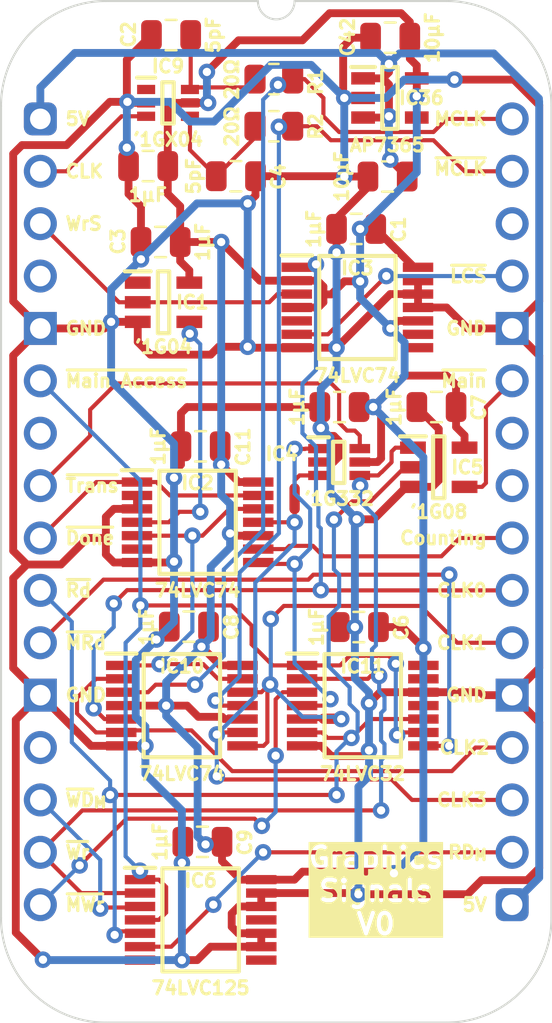
<source format=kicad_pcb>
(kicad_pcb (version 20241229) (generator "pcbnew") (generator_version "9.0")
  (title_block (title "Graphics Signals") (date "2025-01-03") (rev "V0"))
  (layers (0 "F.Cu" signal) (2 "B.Cu" signal) (13 "F.Paste" user) (15 "B.Paste" user) (5 "F.SilkS" user "F.Silkscreen") (7 "B.SilkS" user "B.Silkscreen") (1 "F.Mask" user) (3 "B.Mask" user) (25 "Edge.Cuts" user))
  (net 0 "")
  (net 1 "Net-(IC9-Y)")
  (net 2 "5V")
  (net 3 "GND")
  (net 4 "/3.3V")
  (net 5 "Net-(IC9-~{Y})")
  (net 6 "/~{Write Start}")
  (net 8 "/Running")
  (net 10 "/~{Counting}")
  (net 15 "/~{Write w{slash}o Tansparency}")
  (net 18 "Net-(IC11B-2B)")
  (net 20 "~{Main WD}")
  (net 21 "Write Start")
  (net 22 "~{Done}")
  (net 23 "~{Load Count Start}")
  (net 24 "~{Main Access}")
  (net 25 "Counting")
  (net 26 "CLK3")
  (net 27 "CLK0")
  (net 28 "~{Write}")
  (net 29 "Transparent")
  (net 30 "~{Main Write}")
  (net 31 "~{Main RD}")
  (net 32 "Main CLK")
  (net 33 "~{Read}")
  (net 34 "~{Main Read}")
  (net 35 "CLK2")
  (net 36 "MCLK")
  (net 37 "CLK1")
  (net 38 "~{MCLK}")
  (net 45 "~{Main}")
  (footprint "SamacSys_Parts:C_0805" (layer "F.Cu") (at 9.458 2.779 -90)
    (property "Reference" "C4")
    (property "Value" "5pF")
  )
  (footprint "SamacSys_Parts:C_0805" (layer "F.Cu") (at 6.35 -4.064 90)
    (property "Reference" "C2")
    (property "Value" "5pF")
  )
  (footprint "SamacSys_Parts:SOT65P210X110-6N" (layer "F.Cu") (at 14.478 16.637)
    (property "Reference" "IC4")
    (property "Value" "SN74LVC1G332DCKR" (hide yes))
  )
  (footprint "SamacSys_Parts:C_0805" (layer "F.Cu") (at 5.842 5.969 90)
    (property "Reference" "C3")
    (property "Value" "1μF")
  )
  (footprint "SamacSys_Parts:C_0805" (layer "F.Cu") (at 7.747 15.875 -90)
    (property "Reference" "C11")
    (property "Value" "1μF")
  )
  (footprint "SamacSys_Parts:SOP65P640X110-14N" (layer "F.Cu") (at 15.362 9.144)
    (property "Reference" "IC3")
    (property "Value" "74LVC74APW,118" (hide yes))
  )
  (footprint "SamacSys_Parts:SOP65P640X110-14N" (layer "F.Cu") (at 6.858 28.448)
    (property "Reference" "IC10")
    (property "Value" "74LVC74APW,118" (hide yes))
  )
  (footprint "SamacSys_Parts:SOP65P210X110-6N" (layer "F.Cu") (at 6.187 -0.777)
    (property "Reference" "IC9")
    (property "Value" "74LVC1GX04GW,125" (hide yes))
  )
  (footprint "SamacSys_Parts:SOT95P275X110-5N" (layer "F.Cu") (at 19.304 16.891)
    (property "Reference" "IC5")
    (property "Value" "74LVC1G08GV,125" (hide yes))
  )
  (footprint "SamacSys_Parts:SOT95P285X130-5N" (layer "F.Cu") (at 16.938 -1.016)
    (property "Reference" "IC36")
    (property "Value" "AP7365-33WG-7" (hide yes))
  )
  (footprint "SamacSys_Parts:DIP-32_Board_W22.86mm" (layer "F.Cu") (at 0 0)
    (property "Reference" "J7" (hide yes))
    (property "Value" "Board 2x16 W22.86mm" (hide yes))
    (fp_line (start -1.905 -0.635) (end -1.905 38.735) (stroke (width 0.1)) (layer "Edge.Cuts"))
    (fp_line (start 10.541 -5.715) (end 3.175 -5.715) (stroke (width 0.1)) (layer "Edge.Cuts"))
    (fp_line (start 19.685 -5.715) (end 12.319 -5.715) (stroke (width 0.1)) (layer "Edge.Cuts"))
    (fp_line (start 19.685 43.815) (end 3.175 43.815) (stroke (width 0.1)) (layer "Edge.Cuts"))
    (fp_line (start 24.765 38.735) (end 24.765 -0.635) (stroke (width 0.1)) (layer "Edge.Cuts"))
    (fp_arc (start -1.905 -0.635) (mid -0.417102 -4.227102) (end 3.175 -5.715) (stroke (width 0.1)) (layer "Edge.Cuts"))
    (fp_arc (start 3.175 43.815) (mid -0.417102 42.327102) (end -1.905 38.735) (stroke (width 0.1)) (layer "Edge.Cuts"))
    (fp_arc (start 12.319 -5.715) (mid 11.43 -4.826) (end 10.541 -5.715) (stroke (width 0.1)) (layer "Edge.Cuts"))
    (fp_arc (start 19.685 -5.715) (mid 23.277102 -4.227102) (end 24.765 -0.635) (stroke (width 0.1)) (layer "Edge.Cuts"))
    (fp_arc (start 24.765 38.735) (mid 23.277102 42.327102) (end 19.685 43.815) (stroke (width 0.1)) (layer "Edge.Cuts"))
  )
  (footprint "SamacSys_Parts:C_0805" (layer "F.Cu") (at 16.841 2.794 90)
    (property "Reference" "C41" (hide yes))
    (property "Value" "10μF")
  )
  (footprint "SamacSys_Parts:R_0805" (layer "F.Cu") (at 11.313 0.366 -90)
    (property "Reference" "R2")
    (property "Value" "20Ω")
  )
  (footprint "SamacSys_Parts:SOP65P640X110-14N" (layer "F.Cu") (at 7.767 38.836)
    (property "Reference" "IC6")
    (property "Value" "74LVC125APW-Q100J" (hide yes))
  )
  (footprint "SamacSys_Parts:C_0805" (layer "F.Cu") (at 15.285 5.334 -90)
    (property "Reference" "C1")
    (property "Value" "1μF")
  )
  (footprint "SamacSys_Parts:C_0805" (layer "F.Cu") (at 19.177 13.97 -90)
    (property "Reference" "C7")
    (property "Value" "1μF")
  )
  (footprint "SamacSys_Parts:SOP65P640X110-14N" (layer "F.Cu") (at 15.621 28.448)
    (property "Reference" "IC11")
    (property "Value" "74LVC32APW,118" (hide yes))
  )
  (footprint "SamacSys_Parts:C_0805" (layer "F.Cu") (at 5.207 2.286 -90)
    (property "Reference" "C5" (hide yes))
    (property "Value" "1μF")
  )
  (footprint "SamacSys_Parts:C_0805" (layer "F.Cu") (at 14.478 13.97 -90)
    (property "Reference" "C10" (hide yes))
    (property "Value" "1μF")
  )
  (footprint "SamacSys_Parts:C_0805" (layer "F.Cu") (at 15.417 24.638 -90)
    (property "Reference" "C6")
    (property "Value" "1μF")
  )
  (footprint "SamacSys_Parts:C_0805" (layer "F.Cu") (at 7.182 24.618 -90)
    (property "Reference" "C8")
    (property "Value" "1μF")
  )
  (footprint "SamacSys_Parts:C_0805" (layer "F.Cu") (at 7.837 35.052 -90)
    (property "Reference" "C9")
    (property "Value" "1μF")
  )
  (footprint "SamacSys_Parts:R_0805" (layer "F.Cu") (at 11.313 -1.92 -90)
    (property "Reference" "R1")
    (property "Value" "20Ω")
  )
  (footprint "NetTie:NetTie-2_SMD_Pad0.5mm" (layer "F.Cu") (at 14.224 29.083 180)
    (property "Reference" "NT2" (hide yes))
    (property "Value" "NetTie_2" (hide yes))
  )
  (footprint "NetTie:NetTie-2_SMD_Pad0.5mm" (layer "F.Cu") (at 12.319 18.415 90)
    (property "Reference" "NT1" (hide yes))
    (property "Value" "NetTie_2" (hide yes))
  )
  (footprint "SamacSys_Parts:C_0805" (layer "F.Cu") (at 16.968 -3.937 90)
    (property "Reference" "C42")
    (property "Value" "10μF")
  )
  (footprint "SamacSys_Parts:SOP65P640X110-14N" (layer "F.Cu") (at 7.62 19.558)
    (property "Reference" "IC2")
    (property "Value" "74LVC74APW,118" (hide yes))
  )
  (footprint "SamacSys_Parts:SOT95P275X110-5N" (layer "F.Cu") (at 5.969 8.89)
    (property "Reference" "IC1")
    (property "Value" "74LVC1G04GV,125" (hide yes))
  )
  (gr_text "CLK" (at 1.143 2.54 0) (layer "F.SilkS") (effects (font (size 0.635 0.635)) (justify left)))
  (gr_text "Counting" (at 21.717 20.32 0) (layer "F.SilkS") (effects (font (size 0.635 0.635)) (justify right)))
  (gr_text "CLK1" (at 21.717 25.4 0) (layer "F.SilkS") (effects (font (size 0.635 0.635)) (justify right)))
  (gr_text "GND" (at 1.143 27.94 0) (layer "F.SilkS") (effects (font (size 0.635 0.635)) (justify left)))
  (gr_text "~{MCLK}" (at 21.717 2.413 0) (layer "F.SilkS") (effects (font (size 0.635 0.635)) (justify right)))
  (gr_text "~{Done}" (at 1.143 20.32 0) (layer "F.SilkS") (effects (font (size 0.635 0.635)) (justify left)))
  (gr_text "5V" (at 21.717 38.1 0) (layer "F.SilkS") (effects (font (size 0.635 0.635)) (justify right)))
  (gr_text "~{Wr}" (at 1.143 35.56 0) (layer "F.SilkS") (effects (font (size 0.635 0.635)) (justify left)))
  (gr_text "WrS" (at 1.143 5.08 0) (layer "F.SilkS") (effects (font (size 0.635 0.635)) (justify left)))
  (gr_text "GND" (at 1.143 10.16 0) (layer "F.SilkS") (effects (font (size 0.635 0.635)) (justify left)))
  (gr_text "~{LCS}" (at 21.717 7.62 0) (layer "F.SilkS") (effects (font (size 0.635 0.635)) (justify right)))
  (gr_text "GND" (at 21.717 10.16 0) (layer "F.SilkS") (effects (font (size 0.635 0.635)) (justify right)))
  (gr_text "~{MWr}" (at 1.143 38.1 0) (layer "F.SilkS") (effects (font (size 0.635 0.635)) (justify left)))
  (gr_text "GND" (at 21.717 27.94 0) (layer "F.SilkS") (effects (font (size 0.635 0.635)) (justify right)))
  (gr_text "MCLK" (at 21.717 0 0) (layer "F.SilkS") (effects (font (size 0.635 0.635)) (justify right)))
  (gr_text "~{MRd}" (at 1.143 25.4 0) (layer "F.SilkS") (effects (font (size 0.635 0.635)) (justify left)))
  (gr_text "CLK0" (at 21.717 22.86 0) (layer "F.SilkS") (effects (font (size 0.635 0.635)) (justify right)))
  (gr_text "~{Trans}" (at 1.143 17.78 0) (layer "F.SilkS") (effects (font (size 0.635 0.635)) (justify left)))
  (gr_text "CLK2" (at 21.844 30.48 0) (layer "F.SilkS") (effects (font (size 0.635 0.635)) (justify right)))
  (gr_text "5V" (at 1.143 0 0) (layer "F.SilkS") (effects (font (size 0.635 0.635)) (justify left)))
  (gr_text "~{Rd}" (at 1.143 22.86 0) (layer "F.SilkS") (effects (font (size 0.635 0.635)) (justify left)))
  (gr_text "RD_{M}" (at 21.717 35.56 0) (layer "F.SilkS") (effects (font (size 0.635 0.635)) (justify right)))
  (gr_text "~{WD}_{M}" (at 1.143 33.02 0) (layer "F.SilkS") (effects (font (size 0.635 0.635)) (justify left)))
  (gr_text "~{Main Access}" (at 1.143 12.7 0) (layer "F.SilkS") (effects (font (size 0.635 0.635)) (justify left)))
  (gr_text "Graphics\nSignals\nV0" (at 16.256 39.624 0) (layer "F.SilkS" knockout) (effects (font (size 1 1) (thickness 0.2) (bold yes)) (justify bottom)))
  (gr_text "~{Main}" (at 21.717 12.7 0) (layer "F.SilkS") (effects (font (size 0.635 0.635)) (justify right)))
  (gr_text "CLK3" (at 21.717 33.02 0) (layer "F.SilkS") (effects (font (size 0.635 0.635)) (justify right)))
  (segment (start 9.997501 -1.527001) (end 7.349001 -1.527001) (width 0.2) (layer "F.Cu") (net 1))
  (segment (start 7.284 -4.064) (end 7.284 -1.462) (width 0.2) (layer "F.Cu") (net 1))
  (segment (start 15.638 -0.066) (end 16.83 -0.066) (width 0.38) (layer "F.Cu") (net 2))
  (segment (start 16.891 -1.668) (end 16.891 -0.127) (width 0.38) (layer "F.Cu") (net 2))
  (segment (start 16.593 -1.966) (end 16.891 -1.668) (width 0.38) (layer "F.Cu") (net 2))
  (segment (start 16.593 -1.966) (end 16.891 -2.264) (width 0.38) (layer "F.Cu") (net 2))
  (segment (start 15.638 -1.966) (end 16.593 -1.966) (width 0.38) (layer "F.Cu") (net 2))
  (segment (start 17.775 2.794) (end 16.954502 1.973502) (width 0.38) (layer "F.Cu") (net 2))
  (segment (start 16.891 -2.264) (end 16.891 -2.667) (width 0.38) (layer "F.Cu") (net 2))
  (segment (start 17.145 2.164) (end 17.145 2.159) (width 0.38) (layer "F.Cu") (net 2))
  (segment (start 17.145 2.159) (end 16.954502 1.968502) (width 0.38) (layer "F.Cu") (net 2))
  (segment (start 16.83 -0.066) (end 16.891 -0.127) (width 0.38) (layer "F.Cu") (net 2))
  (segment (start 16.954502 1.973502) (end 16.954502 1.968502) (width 0.38) (layer "F.Cu") (net 2))
  (via (at 16.891 -0.127) (size 0.8) (drill 0.4) (layers "F.Cu" "B.Cu") (net 2))
  (via (at 16.954502 1.968502) (size 0.8) (drill 0.4) (layers "F.Cu" "B.Cu") (net 2))
  (via (at 16.891 -2.667) (size 0.8) (drill 0.4) (layers "F.Cu" "B.Cu") (net 2))
  (segment (start 16.891 -0.127) (end 16.891 1.905) (width 0.38) (layer "B.Cu") (net 2))
  (segment (start 22.86 38.1) (end 24.171359 36.788641) (width 0.38) (layer "B.Cu") (net 2))
  (segment (start 1.674 -3.198) (end 0 -1.524) (width 0.38) (layer "B.Cu") (net 2))
  (segment (start 24.171359 36.788641) (end 24.171359 -0.50709) (width 0.38) (layer "B.Cu") (net 2))
  (segment (start 24.171359 -0.50709) (end 24.167866 -0.827479) (width 0.38) (layer "B.Cu") (net 2))
  (segment (start 16.891 1.905) (end 16.954502 1.968502) (width 0.38) (layer "B.Cu") (net 2))
  (segment (start 24.153421 -0.992579) (end 21.971 -3.175) (width 0.38) (layer "B.Cu") (net 2))
  (segment (start 17.399 -3.175) (end 16.891 -2.667) (width 0.38) (layer "B.Cu") (net 2))
  (segment (start 21.971 -3.175) (end 17.399 -3.175) (width 0.38) (layer "B.Cu") (net 2))
  (segment (start 24.167866 -0.827479) (end 24.153421 -0.992579) (width 0.38) (layer "B.Cu") (net 2))
  (segment (start 16.36 -3.198) (end 1.674 -3.198) (width 0.38) (layer "B.Cu") (net 2))
  (segment (start 16.891 -2.667) (end 16.36 -3.198) (width 0.38) (layer "B.Cu") (net 2))
  (segment (start 0 -1.524) (end 0 0) (width 0.38) (layer "B.Cu") (net 2))
  (segment (start 22.935211 -1.905) (end 24.175 -0.665211) (width 0.38) (layer "F.Cu") (net 3))
  (segment (start -0.6515 21.6065) (end 0.9995 21.6065) (width 0.38) (layer "F.Cu") (net 3))
  (segment (start 7.600972 40.786028) (end 6.858 40.786028) (width 0.38) (layer "F.Cu") (net 3))
  (segment (start 4.3075 -0.777) (end 4.191 -0.8935) (width 0.38) (layer "F.Cu") (net 3))
  (segment (start 4.273 1.479) (end 4.191 1.397) (width 0.38) (layer "F.Cu") (net 3))
  (segment (start 6.903 35.052) (end 6.903 36.023) (width 0.38) (layer "F.Cu") (net 3))
  (segment (start 15.652 30.892) (end 15.924561 30.619439) (width 0.38) (layer "F.Cu") (net 3))
  (segment (start 24.175 36.32223) (end 23.58723 36.91) (width 0.38) (layer "F.Cu") (net 3))
  (segment (start 3.92 30.398) (end 2.458 30.398) (width 0.38) (layer "F.Cu") (net 3))
  (segment (start 4.876 4.241) (end 4.876 5.969) (width 0.38) (layer "F.Cu") (net 3))
  (segment (start 6.476997 17.399003) (end 6.476997 17.100003) (width 0.38) (layer "F.Cu") (net 3))
  (segment (start 10.424 2.779) (end 14.717 2.779) (width 0.38) (layer "F.Cu") (net 3))
  (segment (start 6.476997 17.100003) (end 6.813 16.764) (width 0.38) (layer "F.Cu") (net 3))
  (segment (start 10.705 40.136) (end 10.705 39.486) (width 0.38) (layer "F.Cu") (net 3))
  (segment (start 18.559 27.798) (end 16.455126 27.798) (width 0.38) (layer "F.Cu") (net 3))
  (segment (start 22.86 27.94) (end 24.175 29.255) (width 0.38) (layer "F.Cu") (net 3))
  (segment (start 24.175 8.845) (end 22.86 10.16) (width 0.38) (layer "F.Cu") (net 3))
  (segment (start 10.090004 11.094) (end 10.045 11.048996) (width 0.38) (layer "F.Cu") (net 3))
  (segment (start 8.255 11.43) (end 8.636004 11.048996) (width 0.38) (layer "F.Cu") (net 3))
  (segment (start 3.92 30.398) (end 5.090512 30.398) (width 0.38) (layer "F.Cu") (net 3))
  (segment (start 16.002 -3.937) (end 15.113 -3.937) (width 0.38) (layer "F.Cu") (net 3))
  (segment (start 14.351 5.334) (end 14.351 6.477) (width 0.38) (layer "F.Cu") (net 3))
  (segment (start 3.5645 21.508) (end 4.682 21.508) (width 0.38) (layer "F.Cu") (net 3))
  (segment (start 10.424 3.718597) (end 10.04572 4.096877) (width 0.38) (layer "F.Cu") (net 3))
  (segment (start 16.951 8.494) (end 18.3 8.494) (width 0.38) (layer "F.Cu") (net 3))
  (segment (start 15.355126 37.536) (end 15.411126 37.592) (width 0.38) (layer "F.Cu") (net 3))
  (segment (start 14.097 30.892) (end 15.652 30.892) (width 0.38) (layer "F.Cu") (net 3))
  (segment (start 3.175 19.2975) (end 3.175 20.32) (width 0.38) (layer "F.Cu") (net 3))
  (segment (start -0.6515 21.6065) (end -1.315 20.943) (width 0.38) (layer "F.Cu") (net 3))
  (segment (start -0.889 1.27) (end -1.315 1.696) (width 0.38) (layer "F.Cu") (net 3))
  (segment (start 18.3 9.144) (end 19.685 9.144) (width 0.38) (layer "F.Cu") (net 3))
  (segment (start 20.066 -1.905) (end 22.935211 -1.905) (width 0.38) (layer "F.Cu") (net 3))
  (segment (start 4.876 6.808) (end 4.875996 6.808004) (width 0.38) (layer "F.Cu") (net 3))
  (segment (start 6.903 36.023) (end 6.858 36.068) (width 0.38) (layer "F.Cu") (net 3))
  (segment (start 3.5645 18.908) (end 3.175 19.2975) (width 0.38) (layer "F.Cu") (net 3))
  (segment (start 18.559 27.148) (end 18.559 27.798) (width 0.38) (layer "F.Cu") (net 3))
  (segment (start 14.673 -1.069) (end 14.726 -1.016) (width 0.38) (layer "F.Cu") (net 3))
  (segment (start 14.224 15.371) (end 13.974 15.371) (width 0.38) (layer "F.Cu") (net 3))
  (segment (start -1.315 22.27) (end -0.6515 21.6065) (width 0.38) (layer "F.Cu") (net 3))
  (segment (start 15.875 2.794) (end 14.732 2.794) (width 0.38) (layer "F.Cu") (net 3))
  (segment (start -1.315 11.475) (end 0 10.16) (width 0.38) (layer "F.Cu") (net 3))
  (segment (start 24.175 26.625) (end 22.86 27.94) (width 0.38) (layer "F.Cu") (net 3))
  (segment (start 10.424 2.779) (end 10.424 3.718597) (width 0.38) (layer "F.Cu") (net 3))
  (segment (start 5.090512 30.398) (end 5.091027 30.398515) (width 0.38) (layer "F.Cu") (net 3))
  (segment (start 9.5875 39.486) (end 9.271 39.1695) (width 0.38) (layer "F.Cu") (net 3))
  (segment (start 6.813 14.269) (end 6.813 15.875) (width 0.38) (layer "F.Cu") (net 3))
  (segment (start 14.483 24.638) (end 15.24 24.638) (width 0.38) (layer "F.Cu") (net 3))
  (segment (start 9.271 38.5275) (end 9.6125 38.186) (width 0.38) (layer "F.Cu") (net 3))
  (segment (start 0 10.16) (end 3.109 10.16) (width 0.38) (layer "F.Cu") (net 3))
  (segment (start 6.477 21.463) (end 6.432 21.508) (width 0.38) (layer "F.Cu") (net 3))
  (segment (start 15.113 -3.937) (end 14.673 -3.497) (width 0.38) (layer "F.Cu") (net 3))
  (segment (start 4.191 -0.8935) (end 4.191 -2.871) (width 0.38) (layer "F.Cu") (net 3))
  (segment (start 0 27.94) (end -1.315 26.625) (width 0.38) (layer "F.Cu") (net 3))
  (segment (start 3.175 20.32) (end 3.175 21.1185) (width 0.38) (layer "F.Cu") (net 3))
  (segment (start 4.682 18.258) (end 4.682 18.908) (width 0.38) (layer "F.Cu") (net 3))
  (segment (start 10.705 37.536) (end 15.355126 37.536) (width 0.38) (layer "F.Cu") (net 3))
  (segment (start 23.58723 36.91) (end 21.383 36.91) (width 0.38) (layer "F.Cu") (net 3))
  (segment (start -1.315 20.943) (end -1.315 11.475) (width 0.38) (layer "F.Cu") (net 3))
  (segment (start 3.367 -0.827) (end 1.27 1.27) (width 0.38) (layer "F.Cu") (net 3))
  (segment (start 18.054 17.841) (end 17.729 17.841) (width 0.38) (layer "F.Cu") (net 3))
  (segment (start 3.109 10.16) (end 3.429 9.84) (width 0.38) (layer "F.Cu") (net 3))
  (segment (start 8.636004 11.048996) (end 10.045 11.048996) (width 0.38) (layer "F.Cu") (net 3))
  (segment (start 8.251 40.136) (end 7.600972 40.786028) (width 0.38) (layer "F.Cu") (net 3))
  (segment (start 4.219125 -0.827) (end 3.367 -0.827) (width 0.38) (layer "F.Cu") (net 3))
  (segment (start 13.974 15.371) (end 13.589 14.986) (width 0.38) (layer "F.Cu") (net 3))
  (segment (start 4.273 2.286) (end 4.273 1.479) (width 0.38) (layer "F.Cu") (net 3))
  (segment (start 18.3 8.494) (end 18.3 9.144) (width 0.38) (layer "F.Cu") (net 3))
  (segment (start 4.876 5.969) (end 4.876 6.808) (width 0.38) (layer "F.Cu") (net 3))
  (segment (start 22.86 10.16) (end 24.175 11.475) (width 0.38) (layer "F.Cu") (net 3))
  (segment (start 19.304 17.526) (end 18.989 17.841) (width 0.38) (layer "F.Cu") (net 3))
  (segment (start 5.125 -0.777) (end 4.3075 -0.777) (width 0.38) (layer "F.Cu") (net 3))
  (segment (start 14.673 -3.497) (end 14.673 -1.069) (width 0.38) (layer "F.Cu") (net 3))
  (segment (start 14.717 2.779) (end 14.732 2.794) (width 0.38) (layer "F.Cu") (net 3))
  (segment (start 4.829 40.786) (end 6.857972 40.786) (width 0.38) (layer "F.Cu") (net 3))
  (segment (start 5.622779 25.243221) (end 5.622771 25.243221) (width 0.38) (layer "F.Cu") (net 3))
  (segment (start 4.682 18.908) (end 3.5645 18.908) (width 0.38) (layer "F.Cu") (net 3))
  (segment (start 21.336 27.798) (end 18.559 27.798) (width 0.38) (layer "F.Cu") (net 3))
  (segment (start 18.3 8.494) (end 18.3 7.844) (width 0.38) (layer "F.Cu") (net 3))
  (segment (start 13.544 13.97) (end 7.112 13.97) (width 0.38) (layer "F.Cu") (net 3))
  (segment (start 9.271 39.1695) (end 9.271 38.5275) (width 0.38) (layer "F.Cu") (net 3))
  (segment (start -1.315 8.845) (end 0 10.16) (width 0.38) (layer "F.Cu") (net 3))
  (segment (start 4.719 9.84) (end 3.429 9.84) (width 0.38) (layer "F.Cu") (net 3))
  (segment (start 18.989 17.841) (end 18.054 17.841) (width 0.38) (layer "F.Cu") (net 3))
  (segment (start 6.813 15.875) (end 6.813 16.764) (width 0.38) (layer "F.Cu") (net 3))
  (segment (start 0.9995 21.6065) (end 2.286 20.32) (width 0.38) (layer "F.Cu") (net 3))
  (segment (start 12.683 30.398) (end 13.603 30.398) (width 0.38) (layer "F.Cu") (net 3))
  (segment (start 24.175 -0.665211) (end 24.175 8.845) (width 0.38) (layer "F.Cu") (net 3))
  (segment (start 1.27 1.27) (end -0.889 1.27) (width 0.38) (layer "F.Cu") (net 3))
  (segment (start 4.273 2.286) (end 4.273 3.638) (width 0.38) (layer "F.Cu") (net 3))
  (segment (start 10.705 40.136) (end 8.251 40.136) (width 0.38) (layer "F.Cu") (net 3))
  (segment (start 14.726 -1.016) (end 15.638 -1.016) (width 0.38) (layer "F.Cu") (net 3))
  (segment (start 6.857972 40.786) (end 6.858 40.786028) (width 0.38) (layer "F.Cu") (net 3))
  (segment (start 21.383 36.91) (end 20.701 37.592) (width 0.38) (layer "F.Cu") (net 3))
  (segment (start 19.685 9.144) (end 20.701 10.16) (width 0.38) (layer "F.Cu") (net 3))
  (segment (start 5.334 11.43) (end 8.255 11.43) (width 0.38) (layer "F.Cu") (net 3))
  (segment (start 14.206 16.637) (end 14.46 16.383) (width 0.38) (layer "F.Cu") (net 3))
  (segment (start 19.304 15.031) (end 19.304 17.526) (width 0.38) (layer "F.Cu") (net 3))
  (segment (start 14.46 16.383) (end 14.46 15.607) (width 0.38) (layer "F.Cu") (net 3))
  (segment (start -1.315 1.696) (end -1.315 8.845) (width 0.38) (layer "F.Cu") (net 3))
  (segment (start 13.603 30.398) (end 14.097 30.892) (width 0.38) (layer "F.Cu") (net 3))
  (segment (start 13.478 16.637) (end 14.206 16.637) (width 0.38) (layer "F.Cu") (net 3))
  (segment (start 24.175 11.475) (end 24.175 26.625) (width 0.38) (layer "F.Cu") (net 3))
  (segment (start 12.424 11.094) (end 10.090004 11.094) (width 0.38) (layer "F.Cu") (net 3))
  (segment (start 18.243 13.97) (end 19.304 15.031) (width 0.38) (layer "F.Cu") (net 3))
  (segment (start 12.424 11.094) (end 14.351 11.094) (width 0.38) (layer "F.Cu") (net 3))
  (segment (start 6.248 24.618) (end 5.622779 25.243221) (width 0.38) (layer "F.Cu") (net 3))
  (segment (start 2.286 20.32) (end 3.175 20.32) (width 0.38) (layer "F.Cu") (net 3))
  (segment (start 24.175 29.255) (end 24.175 36.32223) (width 0.38) (layer "F.Cu") (net 3))
  (segment (start 17.729 17.841) (end 16.15626 19.41374) (width 0.38) (layer "F.Cu") (net 3))
  (segment (start 16.15626 19.41374) (end 15.328678 19.41374) (width 0.38) (layer "F.Cu") (net 3))
  (segment (start 14.351 4.826) (end 15.875 3.302) (width 0.38) (layer "F.Cu") (net 3))
  (segment (start -1.19 39.449998) (end 0.127002 40.767) (width 0.38) (layer "F.Cu") (net 3))
  (segment (start -1.315 26.625) (end -1.315 22.27) (width 0.38) (layer "F.Cu") (net 3))
  (segment (start 20.701 37.592) (end 15.411126 37.592) (width 0.38) (layer "F.Cu") (net 3))
  (segment (start 2.458 30.398) (end 0 27.94) (width 0.38) (layer "F.Cu") (net 3))
  (segment (start 10.705 38.186) (end 10.705 37.536) (width 0.38) (layer "F.Cu") (net 3))
  (segment (start 0 27.94) (end -1.19 29.13) (width 0.38) (layer "F.Cu") (net 3))
  (segment (start 3.175 21.1185) (end 3.5645 21.508) (width 0.38) (layer "F.Cu") (net 3))
  (segment (start 4.719 9.84) (end 4.719 10.815) (width 0.38) (layer "F.Cu") (net 3))
  (segment (start 20.701 10.16) (end 22.86 10.16) (width 0.38) (layer "F.Cu") (net 3))
  (segment (start -1.19 29.13) (end -1.19 39.449998) (width 0.38) (layer "F.Cu") (net 3))
  (segment (start 10.705 39.486) (end 9.5875 39.486) (width 0.38) (layer "F.Cu") (net 3))
  (segment (start 6.432 21.508) (end 4.682 21.508) (width 0.38) (layer "F.Cu") (net 3))
  (segment (start 9.6125 38.186) (end 10.705 38.186) (width 0.38) (layer "F.Cu") (net 3))
  (segment (start 14.351 11.094) (end 16.951 8.494) (width 0.38) (layer "F.Cu") (net 3))
  (segment (start 21.478 27.94) (end 21.336 27.798) (width 0.38) (layer "F.Cu") (net 3))
  (segment (start 16.455126 27.798) (end 15.924561 28.328565) (width 0.38) (layer "F.Cu") (net 3))
  (segment (start 4.273 3.638) (end 4.876 4.241) (width 0.38) (layer "F.Cu") (net 3))
  (segment (start 7.112 13.97) (end 6.813 14.269) (width 0.38) (layer "F.Cu") (net 3))
  (segment (start 4.719 10.815) (end 5.334 11.43) (width 0.38) (layer "F.Cu") (net 3))
  (segment (start 4.191 -2.871) (end 5.384 -4.064) (width 0.38) (layer "F.Cu") (net 3))
  (segment (start 14.46 15.607) (end 14.224 15.371) (width 0.38) (layer "F.Cu") (net 3))
  (segment (start 22.86 27.94) (end 21.478 27.94) (width 0.38) (layer "F.Cu") (net 3))
  (via (at 15.924561 30.619439) (size 0.8) (drill 0.4) (layers "F.Cu" "B.Cu") (net 3))
  (via (at 5.091027 30.398515) (size 0.8) (drill 0.4) (layers "F.Cu" "B.Cu") (net 3))
  (via (at 5.622771 25.243221) (size 0.8) (drill 0.4) (layers "F.Cu" "B.Cu") (net 3))
  (via (at 14.351 11.094) (size 0.8) (drill 0.4) (layers "F.Cu" "B.Cu") (net 3))
  (via (at 14.726 -1.016) (size 0.8) (drill 0.4) (layers "F.Cu" "B.Cu") (net 3))
  (via (at 15.411126 37.592) (size 0.8) (drill 0.4) (layers "F.Cu" "B.Cu") (net 3))
  (via (at 10.04572 4.096877) (size 0.8) (drill 0.4) (layers "F.Cu" "B.Cu") (net 3))
  (via (at 4.219125 -0.827) (size 0.8) (drill 0.4) (layers "F.Cu" "B.Cu") (net 3))
  (via (at 4.875996 6.808004) (size 0.8) (drill 0.4) (layers "F.Cu" "B.Cu") (net 3))
  (via (at 15.924561 28.328565) (size 0.8) (drill 0.4) (layers "F.Cu" "B.Cu") (net 3))
  (via (at 10.045 11.048996) (size 0.8) (drill 0.4) (layers "F.Cu" "B.Cu") (net 3))
  (via (at 6.476997 17.399003) (size 0.8) (drill 0.4) (layers "F.Cu" "B.Cu") (net 3))
  (via (at 4.191 1.397) (size 0.8) (drill 0.4) (layers "F.Cu" "B.Cu") (net 3))
  (via (at 14.732 2.794) (size 0.8) (drill 0.4) (layers "F.Cu" "B.Cu") (net 3))
  (via (at 6.477 21.463) (size 0.8) (drill 0.4) (layers "F.Cu" "B.Cu") (net 3))
  (via (at 14.351 6.477) (size 0.8) (drill 0.4) (layers "F.Cu" "B.Cu") (net 3))
  (via (at 0.127002 40.767) (size 0.8) (drill 0.4) (layers "F.Cu" "B.Cu") (net 3))
  (via (at 13.589 14.986) (size 0.8) (drill 0.4) (layers "F.Cu" "B.Cu") (net 3))
  (via (at 6.858 36.068) (size 0.8) (drill 0.4) (layers "F.Cu" "B.Cu") (net 3))
  (via (at 15.328678 19.41374) (size 0.8) (drill 0.4) (layers "F.Cu" "B.Cu") (net 3))
  (via (at 6.858 40.786028) (size 0.8) (drill 0.4) (layers "F.Cu" "B.Cu") (net 3))
  (via (at 15.24 24.638) (size 0.8) (drill 0.4) (layers "F.Cu" "B.Cu") (net 3))
  (via (at 3.429 9.84) (size 0.8) (drill 0.4) (layers "F.Cu" "B.Cu") (net 3))
  (via (at 20.066 -1.905) (size 0.8) (drill 0.4) (layers "F.Cu" "B.Cu") (net 3))
  (segment (start 15.24 19.502418) (end 15.328678 19.41374) (width 0.38) (layer "B.Cu") (net 3))
  (segment (start 13.589 14.986) (end 13.589 13.081) (width 0.38) (layer "B.Cu") (net 3))
  (segment (start 14.726 2.788) (end 14.732 2.794) (width 0.38) (layer "B.Cu") (net 3))
  (segment (start 6.476997 15.747997) (end 3.429 12.7) (width 0.38) (layer "B.Cu") (net 3))
  (segment (start 15.924561 28.328565) (end 15.924561 30.619439) (width 0.38) (layer "B.Cu") (net 3))
  (segment (start 11.16506 -2.618) (end 13.124 -2.618) (width 0.38) (layer "B.Cu") (net 3))
  (segment (start 14.726 -1.016) (end 16.74153 -1.016) (width 0.38) (layer "B.Cu") (net 3))
  (segment (start 3.429 12.7) (end 3.429 9.84) (width 0.38) (layer "B.Cu") (net 3))
  (segment (start 6.285 -0.827) (end 7.239 0.127) (width 0.38) (layer "B.Cu") (net 3))
  (segment (start 4.219125 -0.827) (end 6.285 -0.827) (width 0.38) (layer "B.Cu") (net 3))
  (segment (start 5.091027 30.398515) (end 5.091027 29.464) (width 0.38) (layer "B.Cu") (net 3))
  (segment (start 4.191 -0.798875) (end 4.191 1.397) (width 0.38) (layer "B.Cu") (net 3))
  (segment (start 14.351 12.319) (end 14.351 11.094) (width 0.38) (layer "B.Cu") (net 3))
  (segment (start 0.14603 40.786028) (end 6.858 40.786028) (width 0.38) (layer "B.Cu") (net 3))
  (segment (start 13.589 14.986) (end 14.055766 15.452766) (width 0.38) (layer "B.Cu") (net 3))
  (segment (start 7.587123 4.096877) (end 4.875996 6.808004) (width 0.38) (layer "B.Cu") (net 3))
  (segment (start 8.42006 0.127) (end 11.16506 -2.618) (width 0.38) (layer "B.Cu") (net 3))
  (segment (start 6.477 21.463) (end 6.477 24.388992) (width 0.38) (layer "B.Cu") (net 3))
  (segment (start 7.239 0.127) (end 8.42006 0.127) (width 0.38) (layer "B.Cu") (net 3))
  (segment (start 16.74153 -1.016) (end 17.63053 -1.905) (width 0.38) (layer "B.Cu") (net 3))
  (segment (start 15.924561 27.804597) (end 15.924561 28.328565) (width 0.38) (layer "B.Cu") (net 3))
  (segment (start 17.63053 -1.905) (end 20.066 -1.905) (width 0.38) (layer "B.Cu") (net 3))
  (segment (start 3.429 8.255) (end 3.429 9.84) (width 0.38) (layer "B.Cu") (net 3))
  (segment (start 4.875996 6.808004) (end 3.429 8.255) (width 0.38) (layer "B.Cu") (net 3))
  (segment (start 10.04572 4.096877) (end 10.04572 11.048276) (width 0.38) (layer "B.Cu") (net 3))
  (segment (start 10.04572 4.096877) (end 7.587123 4.096877) (width 0.38) (layer "B.Cu") (net 3))
  (segment (start 15.24 24.638) (end 15.24 27.120036) (width 0.38) (layer "B.Cu") (net 3))
  (segment (start 15.24 24.638) (end 15.24 19.502418) (width 0.38) (layer "B.Cu") (net 3))
  (segment (start 15.924561 31.871565) (end 15.411126 32.385) (width 0.38) (layer "B.Cu") (net 3))
  (segment (start 15.24 27.120036) (end 15.924561 27.804597) (width 0.38) (layer "B.Cu") (net 3))
  (segment (start 10.04572 11.048276) (end 10.045 11.048996) (width 0.38) (layer "B.Cu") (net 3))
  (segment (start 13.124 -2.618) (end 14.726 -1.016) (width 0.38) (layer "B.Cu") (net 3))
  (segment (start 6.477 24.388992) (end 5.622771 25.243221) (width 0.38) (layer "B.Cu") (net 3))
  (segment (start 15.411126 37.592) (end 15.411126 32.385) (width 0.38) (layer "B.Cu") (net 3))
  (segment (start 5.091027 31.761027) (end 6.858 33.528) (width 0.38) (layer "B.Cu") (net 3))
  (segment (start 4.621 28.993973) (end 4.621 26.244992) (width 0.38) (layer "B.Cu") (net 3))
  (segment (start 14.726 -1.016) (end 14.726 2.788) (width 0.38) (layer "B.Cu") (net 3))
  (segment (start 15.328678 19.392678) (end 15.328678 19.41374) (width 0.38) (layer "B.Cu") (net 3))
  (segment (start 14.055766 15.452766) (end 14.055766 18.119766) (width 0.38) (layer "B.Cu") (net 3))
  (segment (start 15.924561 30.619439) (end 15.924561 31.871565) (width 0.38) (layer "B.Cu") (net 3))
  (segment (start 4.219125 -0.827) (end 4.191 -0.798875) (width 0.38) (layer "B.Cu") (net 3))
  (segment (start 4.621 26.244992) (end 5.622771 25.243221) (width 0.38) (layer "B.Cu") (net 3))
  (segment (start 6.476997 17.399003) (end 6.476997 15.747997) (width 0.38) (layer "B.Cu") (net 3))
  (segment (start 0.127002 40.767) (end 0.14603 40.786028) (width 0.38) (layer "B.Cu") (net 3))
  (segment (start 5.091027 30.398515) (end 5.091027 31.761027) (width 0.38) (layer "B.Cu") (net 3))
  (segment (start 6.858 36.068) (end 6.858 40.786028) (width 0.38) (layer "B.Cu") (net 3))
  (segment (start 5.091027 29.464) (end 4.621 28.993973) (width 0.38) (layer "B.Cu") (net 3))
  (segment (start 6.477 17.399006) (end 6.476997 17.399003) (width 0.38) (layer "B.Cu") (net 3))
  (segment (start 6.858 33.528) (end 6.858 36.068) (width 0.38) (layer "B.Cu") (net 3))
  (segment (start 6.477 21.463) (end 6.477 17.399006) (width 0.38) (layer "B.Cu") (net 3))
  (segment (start 14.351 6.477) (end 14.351 11.094) (width 0.38) (layer "B.Cu") (net 3))
  (segment (start 13.589 13.081) (end 14.351 12.319) (width 0.38) (layer "B.Cu") (net 3))
  (segment (start 14.055766 18.119766) (end 15.328678 19.392678) (width 0.38) (layer "B.Cu") (net 3))
  (segment (start 10.638 7.844) (end 8.763 5.969) (width 0.38) (layer "F.Cu") (net 4))
  (segment (start 20.143 13.97) (end 20.143 14.936) (width 0.38) (layer "F.Cu") (net 4))
  (segment (start 8.13 35.052) (end 8.003 35.179) (width 0.38) (layer "F.Cu") (net 4))
  (segment (start 18.111 7.194) (end 16.251 5.334) (width 0.38) (layer "F.Cu") (net 4))
  (segment (start 10.705 36.886) (end 12.312 36.886) (width 0.38) (layer "F.Cu") (net 4))
  (segment (start 9.302483 20.208) (end 9.193411 20.098928) (width 0.38) (layer "F.Cu") (net 4))
  (segment (start 12.7 -3.81) (end 9.602053 -3.81) (width 0.38) (layer "F.Cu") (net 4))
  (segment (start 10.637 36.886) (end 9.708 36.886) (width 0.38) (layer "F.Cu") (net 4))
  (segment (start 17.902 -3.937) (end 17.902 -4.704) (width 0.38) (layer "F.Cu") (net 4))
  (segment (start 12.424 7.844) (end 10.638 7.844) (width 0.38) (layer "F.Cu") (net 4))
  (segment (start 16.51 16.462) (end 16.51 14.351) (width 0.38) (layer "F.Cu") (net 4))
  (segment (start 12.7 36.498) (end 17.05447 36.498) (width 0.38) (layer "F.Cu") (net 4))
  (segment (start 7.249 -0.777) (end 6.4315 -0.777) (width 0.38) (layer "F.Cu") (net 4))
  (segment (start 9.796 29.098) (end 8.917207 29.098) (width 0.38) (layer "F.Cu") (net 4))
  (segment (start 18.559 25.654) (end 18.559 26.498) (width 0.38) (layer "F.Cu") (net 4))
  (segment (start 12.424 7.844) (end 13.432 7.844) (width 0.38) (layer "F.Cu") (net 4))
  (segment (start 14.097 8.509) (end 14.732 7.874) (width 0.38) (layer "F.Cu") (net 4))
  (segment (start 8.825 15.875) (end 8.825 16.702) (width 0.38) (layer "F.Cu") (net 4))
  (segment (start 20.143 12.904) (end 20.143 13.97) (width 0.38) (layer "F.Cu") (net 4))
  (segment (start 8.803 35.052) (end 8.13 35.052) (width 0.38) (layer "F.Cu") (net 4))
  (segment (start 20.554 15.347) (end 20.554 15.941) (width 0.38) (layer "F.Cu") (net 4))
  (segment (start 17.902 -3.937) (end 17.902 -2.926) (width 0.38) (layer "F.Cu") (net 4))
  (segment (start 14.015 -5.125) (end 12.7 -3.81) (width 0.38) (layer "F.Cu") (net 4))
  (segment (start 3.92 28.448) (end 6.096 28.448) (width 0.38) (layer "F.Cu") (net 4))
  (segment (start 16.129 13.97) (end 15.444 13.97) (width 0.38) (layer "F.Cu") (net 4))
  (segment (start 17.902 -4.704) (end 17.481 -5.125) (width 0.38) (layer "F.Cu") (net 4))
  (segment (start 10.558 20.208) (end 9.302483 20.208) (width 0.38) (layer "F.Cu") (net 4))
  (segment (start 16.335 16.637) (end 16.51 16.462) (width 0.38) (layer "F.Cu") (net 4))
  (segment (start 8.712208 26.498) (end 7.807435 25.593227) (width 0.38) (layer "F.Cu") (net 4))
  (segment (start 13.716 8.128) (end 13.716 8.509) (width 0.38) (layer "F.Cu") (net 4))
  (segment (start 7.655283 28.991283) (end 7.112 28.448) (width 0.38) (layer "F.Cu") (net 4))
  (segment (start 8.825 16.702) (end 8.763 16.764) (width 0.38) (layer "F.Cu") (net 4))
  (segment (start 9.607 17.608) (end 8.763 16.764) (width 0.38) (layer "F.Cu") (net 4))
  (segment (start 18.3 9.794) (end 17.326354 9.794) (width 0.38) (layer "F.Cu") (net 4))
  (segment (start 20.143 14.936) (end 20.554 15.347) (width 0.38) (layer "F.Cu") (net 4))
  (segment (start 10.558 17.608) (end 9.607 17.608) (width 0.38) (layer "F.Cu") (net 4))
  (segment (start 9.796 26.498) (end 8.712208 26.498) (width 0.38) (layer "F.Cu") (net 4))
  (segment (start 8.803 35.981) (end 8.803 35.052) (width 0.38) (layer "F.Cu") (net 4))
  (segment (start 16.51 14.351) (end 16.129 13.97) (width 0.38) (layer "F.Cu") (net 4))
  (segment (start 13.462 9.144) (end 12.424 9.144) (width 0.38) (layer "F.Cu") (net 4))
  (segment (start 7.112 28.448) (end 6.096 28.448) (width 0.38) (layer "F.Cu") (net 4))
  (segment (start 6.173 3.633) (end 6.776 4.236) (width 0.38) (layer "F.Cu") (net 4))
  (segment (start 6.776 5.969) (end 6.776 6.903) (width 0.38) (layer "F.Cu") (net 4))
  (segment (start 7.219 7.346) (end 7.219 7.94) (width 0.38) (layer "F.Cu") (net 4))
  (segment (start 16.129 13.97) (end 17.653 12.446) (width 0.38) (layer "F.Cu") (net 4))
  (segment (start 14.732 7.874) (end 15.493997 7.874) (width 0.38) (layer "F.Cu") (net 4))
  (segment (start 17.543 24.638) (end 18.559 25.654) (width 0.38) (layer "F.Cu") (net 4))
  (segment (start 6.776 5.969) (end 8.763 5.969) (width 0.38) (layer "F.Cu") (net 4))
  (segment (start 7.807435 25.466565) (end 7.807435 25.593227) (width 0.38) (layer "F.Cu") (net 4))
  (segment (start 6.173 -0.5185) (end 6.4315 -0.777) (width 0.38) (layer "F.Cu") (net 4))
  (segment (start 17.653 12.446) (end 19.685 12.446) (width 0.38) (layer "F.Cu") (net 4))
  (segment (start 8.81049 28.991283) (end 7.655283 28.991283) (width 0.38) (layer "F.Cu") (net 4))
  (segment (start 8.917207 29.098) (end 8.81049 28.991283) (width 0.38) (layer "F.Cu") (net 4))
  (segment (start 18.238 -2.59) (end 18.238 -1.966) (width 0.38) (layer "F.Cu") (net 4))
  (segment (start 6.173 2.286) (end 6.173 -0.5185) (width 0.38) (layer "F.Cu") (net 4))
  (segment (start 15.494 5.334) (end 16.251 5.334) (width 0.38) (layer "F.Cu") (net 4))
  (segment (start 18.238 -1.966) (end 18.238 -1.101962) (width 0.38) (layer "F.Cu") (net 4))
  (segment (start 17.05447 36.498) (end 17.13247 36.576) (width 0.38) (layer "F.Cu") (net 4))
  (segment (start 13.716 8.509) (end 14.097 8.509) (width 0.38) (layer "F.Cu") (net 4))
  (segment (start 17.481 -5.125) (end 14.015 -5.125) (width 0.38) (layer "F.Cu") (net 4))
  (segment (start 13.716 8.89) (end 13.462 9.144) (width 0.38) (layer "F.Cu") (net 4))
  (segment (start 13.432 7.844) (end 13.716 8.128) (width 0.38) (layer "F.Cu") (net 4))
  (segment (start 9.708 36.886) (end 8.803 35.981) (width 0.38) (layer "F.Cu") (net 4))
  (segment (start 12.312 36.886) (end 12.7 36.498) (width 0.38) (layer "F.Cu") (net 4))
  (segment (start 15.478 16.637) (end 16.335 16.637) (width 0.38) (layer "F.Cu") (net 4))
  (segment (start 17.326354 9.794) (end 16.96599 10.154364) (width 0.38) (layer "F.Cu") (net 4))
  (segment (start 6.776 6.903) (end 7.219 7.346) (width 0.38) (layer "F.Cu") (net 4))
  (segment (start 13.716 8.509) (end 13.716 8.89) (width 0.38) (layer "F.Cu") (net 4))
  (segment (start 17.902 -2.926) (end 18.238 -2.59) (width 0.38) (layer "F.Cu") (net 4))
  (segment (start 6.173 2.286) (end 6.173 3.633) (width 0.38) (layer "F.Cu") (net 4))
  (segment (start 16.383 24.638) (end 17.543 24.638) (width 0.38) (layer "F.Cu") (net 4))
  (segment (start 19.685 12.446) (end 20.143 12.904) (width 0.38) (layer "F.Cu") (net 4))
  (segment (start 7.249 -0.777) (end 8.128 -0.777) (width 0.38) (layer "F.Cu") (net 4))
  (segment (start 8.148 25.126) (end 7.807435 25.466565) (width 0.38) (layer "F.Cu") (net 4))
  (segment (start 9.602053 -3.81) (end 8.069054 -2.277001) (width 0.38) (layer "F.Cu") (net 4))
  (segment (start 6.776 4.236) (end 6.776 5.969) (width 0.38) (layer "F.Cu") (net 4))
  (via (at 15.494 5.334) (size 0.8) (drill 0.4) (layers "F.Cu" "B.Cu") (net 4))
  (via (at 8.763 16.764) (size 0.8) (drill 0.4) (layers "F.Cu" "B.Cu") (net 4))
  (via (at 16.129 13.97) (size 0.8) (drill 0.4) (layers "F.Cu" "B.Cu") (net 4))
  (via (at 8.763 5.969) (size 0.8) (drill 0.4) (layers "F.Cu" "B.Cu") (net 4))
  (via (at 6.096 28.448) (size 0.8) (drill 0.4) (layers "F.Cu" "B.Cu") (net 4))
  (via (at 8.003 35.179) (size 0.8) (drill 0.4) (layers "F.Cu" "B.Cu") (net 4))
  (via (at 16.96599 10.154364) (size 0.8) (drill 0.4) (layers "F.Cu" "B.Cu") (net 4))
  (via (at 9.193411 20.098928) (size 0.8) (drill 0.4) (layers "F.Cu" "B.Cu") (net 4))
  (via (at 8.128 -0.777) (size 0.8) (drill 0.4) (layers "F.Cu" "B.Cu") (net 4))
  (via (at 15.493997 7.874) (size 0.8) (drill 0.4) (layers "F.Cu" "B.Cu") (net 4))
  (via (at 8.069054 -2.277001) (size 0.8) (drill 0.4) (layers "F.Cu" "B.Cu") (net 4))
  (via (at 18.238 -1.101962) (size 0.8) (drill 0.4) (layers "F.Cu" "B.Cu") (net 4))
  (via (at 18.559 25.654) (size 0.8) (drill 0.4) (layers "F.Cu" "B.Cu") (net 4))
  (via (at 7.807435 25.593227) (size 0.8) (drill 0.4) (layers "F.Cu" "B.Cu") (net 4))
  (via (at 17.13247 36.576) (size 0.8) (drill 0.4) (layers "F.Cu" "B.Cu") (net 4))
  (segment (start 8.255 21.717) (end 8.255 25.145662) (width 0.38) (layer "B.Cu") (net 4))
  (segment (start 6.096 28.956) (end 6.096 28.448) (width 0.38) (layer "B.Cu") (net 4))
  (segment (start 8.763 18.238589) (end 9.193411 18.669) (width 0.38) (layer "B.Cu") (net 4))
  (segment (start 9.193411 20.098928) (end 9.193411 20.778589) (width 0.38) (layer "B.Cu") (net 4))
  (segment (start 16.96599 10.154364) (end 15.493997 8.682371) (width 0.38) (layer "B.Cu") (net 4))
  (segment (start 8.763 5.969) (end 8.763 16.764) (width 0.38) (layer "B.Cu") (net 4))
  (segment (start 16.129 13.97) (end 17.6505 12.4485) (width 0.38) (layer "B.Cu") (net 4))
  (segment (start 15.494 5.334) (end 18.238 2.59) (width 0.38) (layer "B.Cu") (net 4))
  (segment (start 8.255 25.145662) (end 7.807435 25.593227) (width 0.38) (layer "B.Cu") (net 4))
  (segment (start 9.193411 20.778589) (end 8.255 21.717) (width 0.38) (layer "B.Cu") (net 4))
  (segment (start 8.003 35.179) (end 7.62 34.796) (width 0.38) (layer "B.Cu") (net 4))
  (segment (start 8.763 16.764) (end 8.763 18.238589) (width 0.38) (layer "B.Cu") (net 4))
  (segment (start 18.559 16.4) (end 16.129 13.97) (width 0.38) (layer "B.Cu") (net 4))
  (segment (start 18.238 2.59) (end 18.238 -1.101962) (width 0.38) (layer "B.Cu") (net 4))
  (segment (start 15.493997 5.334003) (end 15.493997 7.874) (width 0.38) (layer "B.Cu") (net 4))
  (segment (start 18.559 25.654) (end 18.559 35.14947) (width 0.38) (layer "B.Cu") (net 4))
  (segment (start 7.62 30.48) (end 6.096 28.956) (width 0.38) (layer "B.Cu") (net 4))
  (segment (start 18.559 35.14947) (end 17.13247 36.576) (width 0.38) (layer "B.Cu") (net 4))
  (segment (start 18.559 25.654) (end 18.559 16.4) (width 0.38) (layer "B.Cu") (net 4))
  (segment (start 6.096 28.448) (end 6.096 27.304662) (width 0.38) (layer "B.Cu") (net 4))
  (segment (start 15.493997 8.682371) (end 15.493997 7.874) (width 0.38) (layer "B.Cu") (net 4))
  (segment (start 15.494 5.334) (end 15.493997 5.334003) (width 0.38) (layer "B.Cu") (net 4))
  (segment (start 17.6505 10.838874) (end 16.96599 10.154364) (width 0.38) (layer "B.Cu") (net 4))
  (segment (start 7.62 34.796) (end 7.62 30.48) (width 0.38) (layer "B.Cu") (net 4))
  (segment (start 9.193411 20.098928) (end 9.193411 18.669) (width 0.38) (layer "B.Cu") (net 4))
  (segment (start 8.069054 -0.835946) (end 8.128 -0.777) (width 0.38) (layer "B.Cu") (net 4))
  (segment (start 17.6505 12.4485) (end 17.6505 10.838874) (width 0.38) (layer "B.Cu") (net 4))
  (segment (start 8.069054 -2.277001) (end 8.069054 -0.835946) (width 0.38) (layer "B.Cu") (net 4))
  (segment (start 6.096 27.304662) (end 7.807435 25.593227) (width 0.38) (layer "B.Cu") (net 4))
  (segment (start 7.249 -0.127) (end 7.249 1.504) (width 0.2) (layer "F.Cu") (net 5))
  (segment (start 7.249 1.504) (end 8.524 2.779) (width 0.2) (layer "F.Cu") (net 5))
  (segment (start 10.4005 0.9025) (end 8.524 2.779) (width 0.2) (layer "F.Cu") (net 5))
  (segment (start 7.219 10.394) (end 7.239 10.414) (width 0.2) (layer "F.Cu") (net 6))
  (segment (start 6.731002 19.049998) (end 7.747 19.049998) (width 0.2) (layer "F.Cu") (net 6))
  (segment (start 4.682 19.558) (end 6.223 19.558) (width 0.2) (layer "F.Cu") (net 6))
  (segment (start 7.219 9.84) (end 7.219 10.394) (width 0.2) (layer "F.Cu") (net 6))
  (segment (start 6.223 19.558) (end 6.731002 19.049998) (width 0.2) (layer "F.Cu") (net 6))
  (via (at 7.239 10.414) (size 0.8) (drill 0.4) (layers "F.Cu" "B.Cu") (net 6))
  (via (at 7.747 19.049998) (size 0.8) (drill 0.4) (layers "F.Cu" "B.Cu") (net 6))
  (segment (start 7.747 19.049998) (end 7.747 10.922) (width 0.2) (layer "B.Cu") (net 6))
  (segment (start 7.747 10.922) (end 7.239 10.414) (width 0.2) (layer "B.Cu") (net 6))
  (segment (start 7.892361 26.434361) (end 5.778361 26.434361) (width 0.2) (layer "F.Cu") (net 8))
  (segment (start 7.859 20.208) (end 7.366 20.208) (width 0.2) (layer "F.Cu") (net 8))
  (segment (start 3.92 26.498) (end 5.714722 26.498) (width 0.2) (layer "F.Cu") (net 8))
  (segment (start 4.682 20.208) (end 7.366 20.208) (width 0.2) (layer "F.Cu") (net 8))
  (segment (start 5.714722 26.498) (end 5.778361 26.434361) (width 0.2) (layer "F.Cu") (net 8))
  (segment (start 8.606 27.148) (end 7.892361 26.434361) (width 0.2) (layer "F.Cu") (net 8))
  (segment (start 9.159 18.908) (end 7.859 20.208) (width 0.2) (layer "F.Cu") (net 8))
  (segment (start 9.796 27.148) (end 8.606 27.148) (width 0.2) (layer "F.Cu") (net 8))
  (segment (start 10.558 18.908) (end 9.159 18.908) (width 0.2) (layer "F.Cu") (net 8))
  (via (at 7.366 20.208) (size 0.8) (drill 0.4) (layers "F.Cu" "B.Cu") (net 8))
  (via (at 5.778361 26.434361) (size 0.8) (drill 0.4) (layers "F.Cu" "B.Cu") (net 8))
  (segment (start 5.778361 26.434361) (end 7.366 24.846722) (width 0.2) (layer "B.Cu") (net 8))
  (segment (start 7.366 24.846722) (end 7.366 20.208) (width 0.2) (layer "B.Cu") (net 8))
  (segment (start 12.842 15.987) (end 13.478 15.987) (width 0.2) (layer "F.Cu") (net 10))
  (segment (start 12.319 16.002) (end 12.827 16.002) (width 0.2) (layer "F.Cu") (net 10))
  (segment (start 10.627274 21.577274) (end 12.319 21.577274) (width 0.2) (layer "F.Cu") (net 10))
  (segment (start 13.739683 28.448) (end 14.054629 28.133054) (width 0.2) (layer "F.Cu") (net 10))
  (segment (start 12.683 28.448) (end 13.739683 28.448) (width 0.2) (layer "F.Cu") (net 10))
  (segment (start 12.827 16.002) (end 12.842 15.987) (width 0.2) (layer "F.Cu") (net 10))
  (via (at 14.054629 28.133054) (size 0.8) (drill 0.4) (layers "F.Cu" "B.Cu") (net 10))
  (via (at 12.319 21.577274) (size 0.8) (drill 0.4) (layers "F.Cu" "B.Cu") (net 10))
  (via (at 12.319 16.002) (size 0.8) (drill 0.4) (layers "F.Cu" "B.Cu") (net 10))
  (segment (start 13.074 18.916) (end 13.074 20.822274) (width 0.2) (layer "B.Cu") (net 10))
  (segment (start 14.054629 28.133054) (end 12.319 26.397425) (width 0.2) (layer "B.Cu") (net 10))
  (segment (start 12.319 16.002) (end 12.319 18.161) (width 0.2) (layer "B.Cu") (net 10))
  (segment (start 13.074 20.822274) (end 12.319 21.577274) (width 0.2) (layer "B.Cu") (net 10))
  (segment (start 12.319 26.397425) (end 12.319 21.577274) (width 0.2) (layer "B.Cu") (net 10))
  (segment (start 12.319 18.161) (end 13.074 18.916) (width 0.2) (layer "B.Cu") (net 10))
  (segment (start 12.558 17.287) (end 12.319 17.526) (width 0.2) (layer "F.Cu") (net 15))
  (segment (start 12.319 17.526) (end 12.319 17.915001) (width 0.2) (layer "F.Cu") (net 15))
  (segment (start 13.478 17.287) (end 12.558 17.287) (width 0.2) (layer "F.Cu") (net 15))
  (segment (start 12.683 29.098) (end 13.709001 29.098) (width 0.2) (layer "F.Cu") (net 18))
  (segment (start 2.950552 38.236) (end 2.900552 38.286) (width 0.2) (layer "F.Cu") (net 20))
  (segment (start 4.779 38.236) (end 2.950552 38.236) (width 0.2) (layer "F.Cu") (net 20))
  (via (at 2.900552 38.286) (size 0.8) (drill 0.4) (layers "F.Cu" "B.Cu") (net 20))
  (segment (start 0 33.02) (end 2.900552 35.920552) (width 0.2) (layer "B.Cu") (net 20))
  (segment (start 2.900552 35.920552) (end 2.900552 38.286) (width 0.2) (layer "B.Cu") (net 20))
  (segment (start 11.0905 8.89) (end 11.4865 8.494) (width 0.2) (layer "F.Cu") (net 21))
  (segment (start 0 5.08) (end 3.81 8.89) (width 0.2) (layer "F.Cu") (net 21))
  (segment (start 3.81 8.89) (end 4.719 8.89) (width 0.2) (layer "F.Cu") (net 21))
  (segment (start 11.4865 8.494) (end 12.424 8.494) (width 0.2) (layer "F.Cu") (net 21))
  (segment (start 4.719 8.89) (end 11.0905 8.89) (width 0.2) (layer "F.Cu") (net 21))
  (segment (start 4.682 17.608) (end 2.712 17.608) (width 0.2) (layer "F.Cu") (net 22))
  (segment (start 6.275337 18.258) (end 5.625337 17.608) (width 0.2) (layer "F.Cu") (net 22))
  (segment (start 2.712 17.608) (end 0 20.32) (width 0.2) (layer "F.Cu") (net 22))
  (segment (start 5.625337 17.608) (end 4.682 17.608) (width 0.2) (layer "F.Cu") (net 22))
  (segment (start 10.558 18.258) (end 6.275337 18.258) (width 0.2) (layer "F.Cu") (net 22))
  (segment (start 12.424 10.444) (end 13.94 10.444) (width 0.2) (layer "F.Cu") (net 23))
  (segment (start 13.94 10.444) (end 16.764 7.62) (width 0.2) (layer "F.Cu") (net 23))
  (via (at 16.764 7.62) (size 0.8) (drill 0.4) (layers "F.Cu" "B.Cu") (net 23))
  (segment (start 16.764 7.62) (end 22.86 7.62) (width 0.2) (layer "B.Cu") (net 23))
  (segment (start 14.523 26.498) (end 12.683 26.498) (width 0.2) (layer "F.Cu") (net 24))
  (segment (start 6.096 37.2405) (end 6.096 38.4815) (width 0.2) (layer "F.Cu") (net 24))
  (segment (start 14.986 26.035) (end 14.523 26.498) (width 0.2) (layer "F.Cu") (net 24))
  (segment (start 5.7415 38.836) (end 4.829 38.836) (width 0.2) (layer "F.Cu") (net 24))
  (segment (start 17.415392 29.748) (end 17.287221 29.876171) (width 0.2) (layer "F.Cu") (net 24))
  (segment (start 4.848331 23.591) (end 9.2635 23.591) (width 0.2) (layer "F.Cu") (net 24))
  (segment (start 17.221498 26.416) (end 17.221498 26.374503) (width 0.2) (layer "F.Cu") (net 24))
  (segment (start 4.829 36.886) (end 5.7415 36.886) (width 0.2) (layer "F.Cu") (net 24))
  (segment (start 10.23525 25.47525) (end 11.258 26.498) (width 0.2) (layer "F.Cu") (net 24))
  (segment (start 10.23525 24.56275) (end 10.23525 25.47525) (width 0.2) (layer "F.Cu") (net 24))
  (segment (start 11.258 26.498) (end 12.683 26.498) (width 0.2) (layer "F.Cu") (net 24))
  (segment (start 18.559 29.748) (end 17.415392 29.748) (width 0.2) (layer "F.Cu") (net 24))
  (segment (start 17.221498 26.374503) (end 16.881995 26.035) (width 0.2) (layer "F.Cu") (net 24))
  (segment (start 5.7415 36.886) (end 6.096 37.2405) (width 0.2) (layer "F.Cu") (net 24))
  (segment (start 6.096 38.4815) (end 5.7415 38.836) (width 0.2) (layer "F.Cu") (net 24))
  (segment (start 4.829 36.452) (end 4.826 36.449) (width 0.2) (layer "F.Cu") (net 24))
  (segment (start 9.2635 23.591) (end 10.23525 24.56275) (width 0.2) (layer "F.Cu") (net 24))
  (segment (start 16.881995 26.035) (end 14.986 26.035) (width 0.2) (layer "F.Cu") (net 24))
  (segment (start 4.829 36.886) (end 4.829 36.452) (width 0.2) (layer "F.Cu") (net 24))
  (via (at 17.287221 29.876171) (size 0.8) (drill 0.4) (layers "F.Cu" "B.Cu") (net 24))
  (via (at 4.826 36.449) (size 0.8) (drill 0.4) (layers "F.Cu" "B.Cu") (net 24))
  (via (at 17.221498 26.416) (size 0.8) (drill 0.4) (layers "F.Cu" "B.Cu") (net 24))
  (via (at 4.848331 23.591) (size 0.8) (drill 0.4) (layers "F.Cu" "B.Cu") (net 24))
  (segment (start 4.848331 23.591) (end 4.848331 24.682669) (width 0.2) (layer "B.Cu") (net 24))
  (segment (start 17.221498 26.416) (end 17.221498 29.810448) (width 0.2) (layer "B.Cu") (net 24))
  (segment (start 4.131 35.754) (end 4.131 25.4) (width 0.2) (layer "B.Cu") (net 24))
  (segment (start 0 12.7) (end 4.848331 17.548331) (width 0.2) (layer "B.Cu") (net 24))
  (segment (start 4.826 36.449) (end 4.131 35.754) (width 0.2) (layer "B.Cu") (net 24))
  (segment (start 4.848331 17.548331) (end 4.848331 23.591) (width 0.2) (layer "B.Cu") (net 24))
  (segment (start 4.848331 24.682669) (end 4.131 25.4) (width 0.2) (layer "B.Cu") (net 24))
  (segment (start 17.221498 29.810448) (end 17.287221 29.876171) (width 0.2) (layer "B.Cu") (net 24))
  (segment (start 11.908 20.858) (end 12.065 20.701) (width 0.2) (layer "F.Cu") (net 25))
  (segment (start 13.716 21.209) (end 19.431 21.209) (width 0.2) (layer "F.Cu") (net 25))
  (segment (start 13.208 20.701) (end 13.716 21.209) (width 0.2) (layer "F.Cu") (net 25))
  (segment (start 10.558 20.858) (end 11.908 20.858) (width 0.2) (layer "F.Cu") (net 25))
  (segment (start 12.065 20.701) (end 13.208 20.701) (width 0.2) (layer "F.Cu") (net 25))
  (segment (start 19.431 21.209) (end 20.32 20.32) (width 0.2) (layer "F.Cu") (net 25))
  (segment (start 20.32 20.32) (end 22.86 20.32) (width 0.2) (layer "F.Cu") (net 25))
  (segment (start 12.319 19.558) (end 12.319 18.914999) (width 0.2) (layer "F.Cu") (net 26))
  (segment (start 18.01 33.02) (end 17.018 32.028) (width 0.2) (layer "F.Cu") (net 26))
  (segment (start 8.549349 29.847371) (end 8.64872 29.748) (width 0.2) (layer "F.Cu") (net 26))
  (segment (start 8.64872 29.748) (end 9.796 29.748) (width 0.2) (layer "F.Cu") (net 26))
  (segment (start 22.86 33.02) (end 18.01 33.02) (width 0.2) (layer "F.Cu") (net 26))
  (segment (start 12.319 19.558) (end 10.558 19.558) (width 0.2) (layer "F.Cu") (net 26))
  (segment (start 8.700347 32.028) (end 8.549349 31.877002) (width 0.2) (layer "F.Cu") (net 26))
  (segment (start 17.018 32.028) (end 8.700347 32.028) (width 0.2) (layer "F.Cu") (net 26))
  (via (at 8.549349 29.847371) (size 0.8) (drill 0.4) (layers "F.Cu" "B.Cu") (net 26))
  (via (at 12.319 19.558) (size 0.8) (drill 0.4) (layers "F.Cu" "B.Cu") (net 26))
  (via (at 8.549349 31.877002) (size 0.8) (drill 0.4) (layers "F.Cu" "B.Cu") (net 26))
  (segment (start 8.549349 29.847371) (end 8.549349 31.877002) (width 0.2) (layer "B.Cu") (net 26))
  (segment (start 10.414 22.479) (end 10.414 27.98272) (width 0.2) (layer "B.Cu") (net 26))
  (segment (start 12.319 19.558) (end 12.319 20.574) (width 0.2) (layer "B.Cu") (net 26))
  (segment (start 12.319 20.574) (end 10.414 22.479) (width 0.2) (layer "B.Cu") (net 26))
  (segment (start 10.414 27.98272) (end 8.549349 29.847371) (width 0.2) (layer "B.Cu") (net 26))
  (segment (start 3.105498 29.098) (end 3.92 29.098) (width 0.2) (layer "F.Cu") (net 27))
  (segment (start 13.213084 7.194) (end 13.355766 7.051318) (width 0.2) (layer "F.Cu") (net 27))
  (segment (start 2.582498 28.575) (end 3.105498 29.098) (width 0.2) (layer "F.Cu") (net 27))
  (segment (start 4.203 22.848) (end 13.589 22.848) (width 0.2) (layer "F.Cu") (net 27))
  (segment (start 12.424 7.194) (end 13.213084 7.194) (width 0.2) (layer "F.Cu") (net 27))
  (segment (start 3.555997 23.495003) (end 4.203 22.848) (width 0.2) (layer "F.Cu") (net 27))
  (segment (start 13.601 22.86) (end 13.589 22.848) (width 0.2) (layer "F.Cu") (net 27))
  (segment (start 22.86 22.86) (end 13.601 22.86) (width 0.2) (layer "F.Cu") (net 27))
  (via (at 2.582498 28.575) (size 0.8) (drill 0.4) (layers "F.Cu" "B.Cu") (net 27))
  (via (at 13.355766 7.051318) (size 0.8) (drill 0.4) (layers "F.Cu" "B.Cu") (net 27))
  (via (at 3.555997 23.495003) (size 0.8) (drill 0.4) (layers "F.Cu" "B.Cu") (net 27))
  (via (at 13.589 22.848) (size 0.8) (drill 0.4) (layers "F.Cu" "B.Cu") (net 27))
  (segment (start 2.582498 25.611499) (end 3.555997 24.638) (width 0.2) (layer "B.Cu") (net 27))
  (segment (start 12.7 15.24) (end 13.355766 15.895766) (width 0.2) (layer "B.Cu") (net 27))
  (segment (start 3.555997 24.638) (end 3.555997 23.495003) (width 0.2) (layer "B.Cu") (net 27))
  (segment (start 13.355766 12.171234) (end 12.7 12.827) (width 0.2) (layer "B.Cu") (net 27))
  (segment (start 13.355766 18.562766) (end 13.474 18.681) (width 0.2) (layer "B.Cu") (net 27))
  (segment (start 13.589 19.856661) (end 13.589 22.848) (width 0.2) (layer "B.Cu") (net 27))
  (segment (start 12.7 12.827) (end 12.7 15.24) (width 0.2) (layer "B.Cu") (net 27))
  (segment (start 13.355766 7.051318) (end 13.355766 12.171234) (width 0.2) (layer "B.Cu") (net 27))
  (segment (start 13.474 19.741661) (end 13.589 19.856661) (width 0.2) (layer "B.Cu") (net 27))
  (segment (start 13.355766 15.895766) (end 13.355766 18.562766) (width 0.2) (layer "B.Cu") (net 27))
  (segment (start 2.582498 28.575) (end 2.582498 25.611499) (width 0.2) (layer "B.Cu") (net 27))
  (segment (start 13.474 18.681) (end 13.474 19.741661) (width 0.2) (layer "B.Cu") (net 27))
  (segment (start 16.368 17.287) (end 16.527 17.128) (width 0.2) (layer "F.Cu") (net 28))
  (segment (start 17.001 16.665378) (end 17.001 16.654) (width 0.2) (layer "F.Cu") (net 28))
  (segment (start 15.494 17.78) (end 15.494 17.303) (width 0.2) (layer "F.Cu") (net 28))
  (segment (start 2.032 33.528) (end 0 35.56) (width 0.2) (layer "F.Cu") (net 28))
  (segment (start 1.976 37.536) (end 4.829 37.536) (width 0.2) (layer "F.Cu") (net 28))
  (segment (start 17.001 16.654) (end 17.018 16.637) (width 0.2) (layer "F.Cu") (net 28))
  (segment (start 15.869644 27.148) (end 12.683 27.148) (width 0.2) (layer "F.Cu") (net 28))
  (segment (start 16.415561 27.008) (end 16.009644 27.008) (width 0.2) (layer "F.Cu") (net 28))
  (segment (start 15.494 17.303) (end 15.478 17.287) (width 0.2) (layer "F.Cu") (net 28))
  (segment (start 17.018 16.637) (end 17.018 16.129) (width 0.2) (layer "F.Cu") (net 28))
  (segment (start 0 35.56) (end 1.976 37.536) (width 0.2) (layer "F.Cu") (net 28))
  (segment (start 17.018 16.129) (end 17.206 15.941) (width 0.2) (layer "F.Cu") (net 28))
  (segment (start 15.478 17.287) (end 16.368 17.287) (width 0.2) (layer "F.Cu") (net 28))
  (segment (start 16.538379 17.128) (end 17.001 16.665378) (width 0.2) (layer "F.Cu") (net 28))
  (segment (start 17.206 15.941) (end 18.054 15.941) (width 0.2) (layer "F.Cu") (net 28))
  (segment (start 16.009644 27.008) (end 15.869644 27.148) (width 0.2) (layer "F.Cu") (net 28))
  (segment (start 16.51 33.528) (end 2.032 33.528) (width 0.2) (layer "F.Cu") (net 28))
  (segment (start 16.527 17.128) (end 16.538379 17.128) (width 0.2) (layer "F.Cu") (net 28))
  (via (at 16.415561 27.008) (size 0.8) (drill 0.4) (layers "F.Cu" "B.Cu") (net 28))
  (via (at 16.51 33.528) (size 0.8) (drill 0.4) (layers "F.Cu" "B.Cu") (net 28))
  (via (at 15.494 17.78) (size 0.8) (drill 0.4) (layers "F.Cu" "B.Cu") (net 28))
  (segment (start 16.415561 27.758904) (end 16.415561 27.008) (width 0.2) (layer "B.Cu") (net 28))
  (segment (start 16.51 33.528) (end 16.51 31.094661) (width 0.2) (layer "B.Cu") (net 28))
  (segment (start 16.258 25.527) (end 16.258 19.306) (width 0.2) (layer "B.Cu") (net 28))
  (segment (start 16.674561 30.308778) (end 16.51 30.144217) (width 0.2) (layer "B.Cu") (net 28))
  (segment (start 16.674561 28.017904) (end 16.415561 27.758904) (width 0.2) (layer "B.Cu") (net 28))
  (segment (start 16.51 28.803787) (end 16.674561 28.639226) (width 0.2) (layer "B.Cu") (net 28))
  (segment (start 15.494 18.542) (end 15.494 17.78) (width 0.2) (layer "B.Cu") (net 28))
  (segment (start 16.51 30.144217) (end 16.51 28.803787) (width 0.2) (layer "B.Cu") (net 28))
  (segment (start 16.51 31.094661) (end 16.674561 30.9301) (width 0.2) (layer "B.Cu") (net 28))
  (segment (start 16.258 19.306) (end 15.494 18.542) (width 0.2) (layer "B.Cu") (net 28))
  (segment (start 16.674561 28.639226) (end 16.674561 28.017904) (width 0.2) (layer "B.Cu") (net 28))
  (segment (start 16.415561 27.008) (end 16.069188 26.661627) (width 0.2) (layer "B.Cu") (net 28))
  (segment (start 16.069188 25.715812) (end 16.258 25.527) (width 0.2) (layer "B.Cu") (net 28))
  (segment (start 16.674561 30.9301) (end 16.674561 30.308778) (width 0.2) (layer "B.Cu") (net 28))
  (segment (start 16.069188 26.661627) (end 16.069188 25.715812) (width 0.2) (layer "B.Cu") (net 28))
  (segment (start 2.413 15.367) (end 0 17.78) (width 0.2) (layer "F.Cu") (net 29))
  (segment (start 14.478 13.208) (end 14.097 12.827) (width 0.2) (layer "F.Cu") (net 29))
  (segment (start 15.478 15.987) (end 15.478 15.351) (width 0.2) (layer "F.Cu") (net 29))
  (segment (start 15.24 15.113) (end 14.859 15.113) (width 0.2) (layer "F.Cu") (net 29))
  (segment (start 15.478 15.351) (end 15.24 15.113) (width 0.2) (layer "F.Cu") (net 29))
  (segment (start 14.859 15.113) (end 14.478 14.732) (width 0.2) (layer "F.Cu") (net 29))
  (segment (start 3.683 12.827) (end 2.413 14.097) (width 0.2) (layer "F.Cu") (net 29))
  (segment (start 14.478 14.732) (end 14.478 13.208) (width 0.2) (layer "F.Cu") (net 29))
  (segment (start 14.097 12.827) (end 3.683 12.827) (width 0.2) (layer "F.Cu") (net 29))
  (segment (start 2.413 14.097) (end 2.413 15.367) (width 0.2) (layer "F.Cu") (net 29))
  (segment (start 4.172008 33.928) (end 1.905 36.195008) (width 0.2) (layer "F.Cu") (net 30))
  (segment (start 10.727894 34.275605) (end 10.380289 33.928) (width 0.2) (layer "F.Cu") (net 30))
  (segment (start 12.683 27.798) (end 11.7455 27.798) (width 0.2) (layer "F.Cu") (net 30))
  (segment (start 11.400754 28.142746) (end 11.400754 30.874503) (width 0.2) (layer "F.Cu") (net 30))
  (segment (start 10.380289 33.928) (end 4.172008 33.928) (width 0.2) (layer "F.Cu") (net 30))
  (segment (start 11.7455 27.798) (end 11.400754 28.142746) (width 0.2) (layer "F.Cu") (net 30))
  (via (at 11.400754 30.874503) (size 0.8) (drill 0.4) (layers "F.Cu" "B.Cu") (net 30))
  (via (at 1.905 36.195008) (size 0.8) (drill 0.4) (layers "F.Cu" "B.Cu") (net 30))
  (via (at 10.727894 34.275605) (size 0.8) (drill 0.4) (layers "F.Cu" "B.Cu") (net 30))
  (segment (start 0 38.1) (end 1.904992 36.195008) (width 0.2) (layer "B.Cu") (net 30))
  (segment (start 11.400754 30.874503) (end 11.400754 33.602745) (width 0.2) (layer "B.Cu") (net 30))
  (segment (start 11.400754 33.602745) (end 10.727894 34.275605) (width 0.2) (layer "B.Cu") (net 30))
  (segment (start 1.904992 36.195008) (end 1.905 36.195008) (width 0.2) (layer "B.Cu") (net 30))
  (segment (start 22.86 35.56) (end 10.795 35.56) (width 0.2) (layer "F.Cu") (net 31))
  (segment (start 6.346 40.136) (end 8.381999 38.100001) (width 0.2) (layer "F.Cu") (net 31))
  (segment (start 10.795 35.56) (end 10.794997 35.560003) (width 0.2) (layer "F.Cu") (net 31))
  (segment (start 4.829 40.136) (end 6.346 40.136) (width 0.2) (layer "F.Cu") (net 31))
  (via (at 10.794997 35.560003) (size 0.8) (drill 0.4) (layers "F.Cu" "B.Cu") (net 31))
  (via (at 8.381999 38.100001) (size 0.8) (drill 0.4) (layers "F.Cu" "B.Cu") (net 31))
  (segment (start 8.381999 38.100001) (end 8.381999 37.973001) (width 0.2) (layer "B.Cu") (net 31))
  (segment (start 8.381999 37.973001) (end 10.794997 35.560003) (width 0.2) (layer "B.Cu") (net 31))
  (segment (start 1.27 2.54) (end 0 2.54) (width 0.2) (layer "F.Cu") (net 32))
  (segment (start 3.937 -0.127) (end 1.27 2.54) (width 0.2) (layer "F.Cu") (net 32))
  (segment (start 5.125 -0.127) (end 3.937 -0.127) (width 0.2) (layer "F.Cu") (net 32))
  (segment (start 15.98647 29.098) (end 15.072203 30.012267) (width 0.2) (layer "F.Cu") (net 33))
  (segment (start 17.653 16.891) (end 18.054 16.891) (width 0.2) (layer "F.Cu") (net 33))
  (segment (start 4.923279 39.391721) (end 3.774904 39.391721) (width 0.2) (layer "F.Cu") (net 33))
  (segment (start 13.910232 30.012267) (end 15.072203 30.012267) (width 0.2) (layer "F.Cu") (net 33))
  (segment (start 15.113 18.542) (end 16.002 18.542) (width 0.2) (layer "F.Cu") (net 33))
  (segment (start 14.224 19.431) (end 15.113 18.542) (width 0.2) (layer "F.Cu") (net 33))
  (segment (start 16.002 18.542) (end 17.653 16.891) (width 0.2) (layer "F.Cu") (net 33))
  (segment (start 3.774904 39.391721) (end 3.600552 39.566073) (width 0.2) (layer "F.Cu") (net 33))
  (segment (start 14.351 32.778) (end 3.381 32.778) (width 0.2) (layer "F.Cu") (net 33))
  (segment (start 18.559 29.098) (end 15.98647 29.098) (width 0.2) (layer "F.Cu") (net 33))
  (segment (start 13.645965 29.748) (end 13.910232 30.012267) (width 0.2) (layer "F.Cu") (net 33))
  (segment (start 12.683 29.748) (end 13.645965 29.748) (width 0.2) (layer "F.Cu") (net 33))
  (via (at 14.351 32.778) (size 0.8) (drill 0.4) (layers "F.Cu" "B.Cu") (net 33))
  (via (at 3.600552 39.566073) (size 0.8) (drill 0.4) (layers "F.Cu" "B.Cu") (net 33))
  (via (at 15.072203 30.012267) (size 0.8) (drill 0.4) (layers "F.Cu" "B.Cu") (net 33))
  (via (at 14.224 19.431) (size 0.8) (drill 0.4) (layers "F.Cu" "B.Cu") (net 33))
  (via (at 3.381 32.778) (size 0.8) (drill 0.4) (layers "F.Cu" "B.Cu") (net 33))
  (segment (start 3.600552 39.566073) (end 3.600552 32.997552) (width 0.2) (layer "B.Cu") (net 33))
  (segment (start 13.97 26.543) (end 14.986 27.559) (width 0.2) (layer "B.Cu") (net 33))
  (segment (start 15.372553 28.759132) (end 15.372553 29.711917) (width 0.2) (layer "B.Cu") (net 33))
  (segment (start 3.600552 32.997552) (end 3.381 32.778) (width 0.2) (layer "B.Cu") (net 33))
  (segment (start 14.986 27.559) (end 14.986 28.372579) (width 0.2) (layer "B.Cu") (net 33))
  (segment (start 14.351 30.67123) (end 15.009963 30.012267) (width 0.2) (layer "B.Cu") (net 33))
  (segment (start 3.381 32.083) (end 3.381 32.778) (width 0.2) (layer "B.Cu") (net 33))
  (segment (start 1.524 30.226) (end 3.381 32.083) (width 0.2) (layer "B.Cu") (net 33))
  (segment (start 13.97 24.13) (end 13.97 26.543) (width 0.2) (layer "B.Cu") (net 33))
  (segment (start 14.224 19.431) (end 14.224 21.844) (width 0.2) (layer "B.Cu") (net 33))
  (segment (start 14.478 23.622) (end 13.97 24.13) (width 0.2) (layer "B.Cu") (net 33))
  (segment (start 1.524 24.384) (end 1.524 30.226) (width 0.2) (layer "B.Cu") (net 33))
  (segment (start 0 22.86) (end 1.524 24.384) (width 0.2) (layer "B.Cu") (net 33))
  (segment (start 15.009963 30.012267) (end 15.072203 30.012267) (width 0.2) (layer "B.Cu") (net 33))
  (segment (start 14.986 28.372579) (end 15.372553 28.759132) (width 0.2) (layer "B.Cu") (net 33))
  (segment (start 14.351 32.778) (end 14.351 30.67123) (width 0.2) (layer "B.Cu") (net 33))
  (segment (start 14.224 21.844) (end 14.478 22.098) (width 0.2) (layer "B.Cu") (net 33))
  (segment (start 14.478 22.098) (end 14.478 23.622) (width 0.2) (layer "B.Cu") (net 33))
  (segment (start 15.372553 29.711917) (end 15.072203 30.012267) (width 0.2) (layer "B.Cu") (net 33))
  (segment (start 3.06 22.34) (end 0 25.4) (width 0.2) (layer "F.Cu") (net 34))
  (segment (start 19.812 30.398) (end 18.559 30.398) (width 0.2) (layer "F.Cu") (net 34))
  (segment (start 19.812 22.098) (end 13.226839 22.098) (width 0.2) (layer "F.Cu") (net 34))
  (segment (start 12.984839 22.34) (end 3.06 22.34) (width 0.2) (layer "F.Cu") (net 34))
  (segment (start 13.226839 22.098) (end 12.984839 22.34) (width 0.2) (layer "F.Cu") (net 34))
  (via (at 19.812 30.398) (size 0.8) (drill 0.4) (layers "F.Cu" "B.Cu") (net 34))
  (via (at 19.812 22.098) (size 0.8) (drill 0.4) (layers "F.Cu" "B.Cu") (net 34))
  (segment (start 19.812 22.098) (end 19.812 30.398) (width 0.2) (layer "B.Cu") (net 34))
  (segment (start 1.778 28.067) (end 1.778 28.829) (width 0.2) (layer "F.Cu") (net 35))
  (segment (start 9.299349 31.623) (end 7.324348 29.647999) (width 0.2) (layer "F.Cu") (net 35))
  (segment (start 2.697 29.748) (end 3.92 29.748) (width 0.2) (layer "F.Cu") (net 35))
  (segment (start 21.082 30.48) (end 19.939 31.623) (width 0.2) (layer "F.Cu") (net 35))
  (segment (start 3.92 27.148) (end 2.697 27.148) (width 0.2) (layer "F.Cu") (net 35))
  (segment (start 7.324348 29.647999) (end 4.020001 29.647999) (width 0.2) (layer "F.Cu") (net 35))
  (segment (start 1.778 28.829) (end 2.697 29.748) (width 0.2) (layer "F.Cu") (net 35))
  (segment (start 2.697 27.148) (end 1.778 28.067) (width 0.2) (layer "F.Cu") (net 35))
  (segment (start 19.939 31.623) (end 9.299349 31.623) (width 0.2) (layer "F.Cu") (net 35))
  (segment (start 22.86 30.48) (end 21.082 30.48) (width 0.2) (layer "F.Cu") (net 35))
  (segment (start 19.685 0) (end 19.05 0.635) (width 0.2) (layer "F.Cu") (net 36))
  (segment (start 5.222 27.798) (end 5.588 27.432) (width 0.2) (layer "F.Cu") (net 36))
  (segment (start 3.92 27.798) (end 5.222 27.798) (width 0.2) (layer "F.Cu") (net 36))
  (segment (start 13.716 -1.016) (end 12.802 -1.93) (width 0.2) (layer "F.Cu") (net 36))
  (segment (start 11.792 -1.93) (end 11.513 -1.651) (width 0.2) (layer "F.Cu") (net 36))
  (segment (start 13.716 -0.127) (end 13.716 -1.016) (width 0.2) (layer "F.Cu") (net 36))
  (segment (start 22.86 0) (end 19.685 0) (width 0.2) (layer "F.Cu") (net 36))
  (segment (start 19.05 0.635) (end 14.478 0.635) (width 0.2) (layer "F.Cu") (net 36))
  (segment (start 12.802 -1.93) (end 12.2255 -1.93) (width 0.2) (layer "F.Cu") (net 36))
  (segment (start 14.478 0.635) (end 13.716 -0.127) (width 0.2) (layer "F.Cu") (net 36))
  (segment (start 5.588 27.432) (end 7.492992 27.432) (width 0.2) (layer "F.Cu") (net 36))
  (segment (start 12.2255 -1.93) (end 11.792 -1.93) (width 0.2) (layer "F.Cu") (net 36))
  (via (at 7.492992 27.432) (size 0.8) (drill 0.4) (layers "F.Cu" "B.Cu") (net 36))
  (via (at 11.513 -1.651) (size 0.8) (drill 0.4) (layers "F.Cu" "B.Cu") (net 36))
  (segment (start 10.795 19.939) (end 8.89 21.844) (width 0.2) (layer "B.Cu") (net 36))
  (segment (start 8.89 26.034992) (end 7.492992 27.432) (width 0.2) (layer "B.Cu") (net 36))
  (segment (start 11.513 -1.651) (end 10.795 -0.933) (width 0.2) (layer "B.Cu") (net 36))
  (segment (start 8.89 21.844) (end 8.89 26.034992) (width 0.2) (layer "B.Cu") (net 36))
  (segment (start 10.795 -0.933) (end 10.795 19.939) (width 0.2) (layer "B.Cu") (net 36))
  (segment (start 11.000754 27.552795) (end 11.000754 30.213842) (width 0.2) (layer "F.Cu") (net 37))
  (segment (start 11.13149 27.422059) (end 11.000754 27.552795) (width 0.2) (layer "F.Cu") (net 37))
  (segment (start 20.202 25.4) (end 18.415 23.613) (width 0.2) (layer "F.Cu") (net 37))
  (segment (start 11.13149 27.422059) (end 10.880549 27.673) (width 0.2) (layer "F.Cu") (net 37))
  (segment (start 11.796 23.613) (end 11.164 24.245) (width 0.2) (layer "F.Cu") (net 37))
  (segment (start 18.415 23.613) (end 11.796 23.613) (width 0.2) (layer "F.Cu") (net 37))
  (segment (start 10.880549 27.673) (end 10.8335 27.673) (width 0.2) (layer "F.Cu") (net 37))
  (segment (start 10.816596 30.398) (end 9.796 30.398) (width 0.2) (layer "F.Cu") (net 37))
  (segment (start 11.000754 30.213842) (end 10.816596 30.398) (width 0.2) (layer "F.Cu") (net 37))
  (segment (start 22.86 25.4) (end 20.202 25.4) (width 0.2) (layer "F.Cu") (net 37))
  (segment (start 10.7085 27.798) (end 9.796 27.798) (width 0.2) (layer "F.Cu") (net 37))
  (segment (start 10.8335 27.673) (end 10.7085 27.798) (width 0.2) (layer "F.Cu") (net 37))
  (via (at 14.580056 29.096461) (size 0.8) (drill 0.4) (layers "F.Cu" "B.Cu") (net 37))
  (via (at 11.13149 27.422059) (size 0.8) (drill 0.4) (layers "F.Cu" "B.Cu") (net 37))
  (via (at 11.164 24.245) (size 0.8) (drill 0.4) (layers "F.Cu" "B.Cu") (net 37))
  (segment (start 14.478773 28.995178) (end 14.580056 29.096461) (width 0.2) (layer "B.Cu") (net 37))
  (segment (start 11.164 27.389549) (end 11.164 24.245) (width 0.2) (layer "B.Cu") (net 37))
  (segment (start 11.13149 27.422059) (end 11.164 27.389549) (width 0.2) (layer "B.Cu") (net 37))
  (segment (start 11.13149 27.422059) (end 12.704609 28.995178) (width 0.2) (layer "B.Cu") (net 37))
  (segment (start 12.704609 28.995178) (end 14.478773 28.995178) (width 0.2) (layer "B.Cu") (net 37))
  (segment (start 20.555 2.54) (end 19.05 1.035) (width 0.2) (layer "F.Cu") (net 38))
  (segment (start 14.074831 1.035) (end 13.395831 0.356) (width 0.2) (layer "F.Cu") (net 38))
  (segment (start 8.732315 28.448) (end 8.485598 28.201283) (width 0.2) (layer "F.Cu") (net 38))
  (segment (start 19.05 1.035) (end 14.074831 1.035) (width 0.2) (layer "F.Cu") (net 38))
  (segment (start 13.395831 0.356) (end 12.2255 0.356) (width 0.2) (layer "F.Cu") (net 38))
  (segment (start 11.557 0.381) (end 12.2005 0.381) (width 0.2) (layer "F.Cu") (net 38))
  (segment (start 9.796 28.448) (end 8.732315 28.448) (width 0.2) (layer "F.Cu") (net 38))
  (segment (start 22.86 2.54) (end 20.555 2.54) (width 0.2) (layer "F.Cu") (net 38))
  (via (at 11.557 0.381) (size 0.8) (drill 0.4) (layers "F.Cu" "B.Cu") (net 38))
  (via (at 8.485598 28.201283) (size 0.8) (drill 0.4) (layers "F.Cu" "B.Cu") (net 38))
  (segment (start 8.485598 28.201283) (end 9.652 27.034881) (width 0.2) (layer "B.Cu") (net 38))
  (segment (start 11.557 20.094843) (end 11.557 0.381) (width 0.2) (layer "B.Cu") (net 38))
  (segment (start 9.652 27.034881) (end 9.652 21.999843) (width 0.2) (layer "B.Cu") (net 38))
  (segment (start 9.652 21.999843) (end 11.557 20.094843) (width 0.2) (layer "B.Cu") (net 38))
  (segment (start 20.554 17.841) (end 21.402 17.841) (width 0.2) (layer "F.Cu") (net 45))
  (segment (start 21.59 13.97) (end 22.86 12.7) (width 0.2) (layer "F.Cu") (net 45))
  (segment (start 21.59 17.653) (end 21.59 13.97) (width 0.2) (layer "F.Cu") (net 45))
  (segment (start 21.402 17.841) (end 21.59 17.653) (width 0.2) (layer "F.Cu") (net 45))
)
</source>
